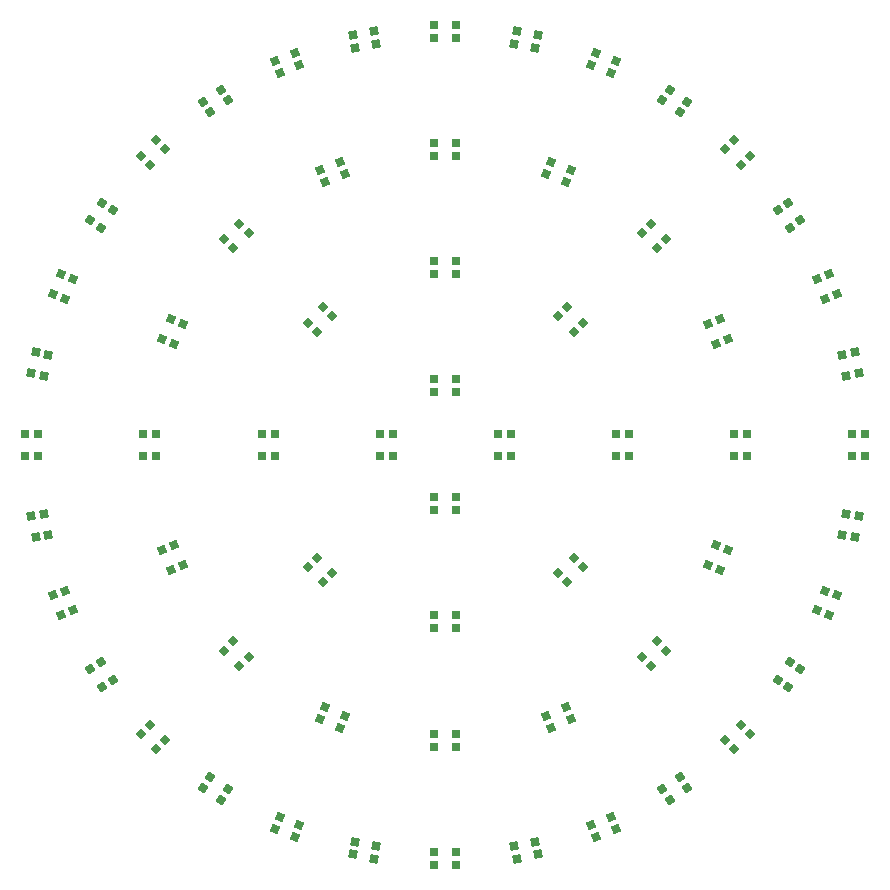
<source format=gbr>
%TF.GenerationSoftware,KiCad,Pcbnew,8.0.2-1*%
%TF.CreationDate,2024-05-17T13:07:53+01:00*%
%TF.ProjectId,Pomodoro_V7,506f6d6f-646f-4726-9f5f-56372e6b6963,rev?*%
%TF.SameCoordinates,Original*%
%TF.FileFunction,Paste,Top*%
%TF.FilePolarity,Positive*%
%FSLAX46Y46*%
G04 Gerber Fmt 4.6, Leading zero omitted, Abs format (unit mm)*
G04 Created by KiCad (PCBNEW 8.0.2-1) date 2024-05-17 13:07:53*
%MOMM*%
%LPD*%
G01*
G04 APERTURE LIST*
G04 Aperture macros list*
%AMRotRect*
0 Rectangle, with rotation*
0 The origin of the aperture is its center*
0 $1 length*
0 $2 width*
0 $3 Rotation angle, in degrees counterclockwise*
0 Add horizontal line*
21,1,$1,$2,0,0,$3*%
G04 Aperture macros list end*
%ADD10R,0.700000X0.700000*%
%ADD11RotRect,0.700000X0.700000X78.750000*%
%ADD12RotRect,0.700000X0.700000X202.500000*%
%ADD13RotRect,0.700000X0.700000X337.500000*%
%ADD14RotRect,0.700000X0.700000X157.500000*%
%ADD15RotRect,0.700000X0.700000X67.500000*%
%ADD16RotRect,0.700000X0.700000X123.750000*%
%ADD17RotRect,0.700000X0.700000X326.250000*%
%ADD18RotRect,0.700000X0.700000X303.750000*%
%ADD19RotRect,0.700000X0.700000X56.250000*%
%ADD20RotRect,0.700000X0.700000X315.000000*%
%ADD21RotRect,0.700000X0.700000X247.500000*%
%ADD22RotRect,0.700000X0.700000X225.000000*%
%ADD23RotRect,0.700000X0.700000X45.000000*%
%ADD24RotRect,0.700000X0.700000X168.750000*%
%ADD25RotRect,0.700000X0.700000X22.500000*%
%ADD26RotRect,0.700000X0.700000X348.750000*%
%ADD27RotRect,0.700000X0.700000X112.500000*%
%ADD28RotRect,0.700000X0.700000X146.250000*%
%ADD29RotRect,0.700000X0.700000X258.750000*%
%ADD30RotRect,0.700000X0.700000X236.250000*%
%ADD31RotRect,0.700000X0.700000X135.000000*%
%ADD32RotRect,0.700000X0.700000X292.500000*%
%ADD33RotRect,0.700000X0.700000X101.250000*%
%ADD34RotRect,0.700000X0.700000X11.250000*%
%ADD35RotRect,0.700000X0.700000X33.750000*%
%ADD36RotRect,0.700000X0.700000X281.250000*%
%ADD37RotRect,0.700000X0.700000X191.250000*%
%ADD38RotRect,0.700000X0.700000X213.750000*%
G04 APERTURE END LIST*
D10*
%TO.C,D48*%
X150915000Y-75550000D03*
X150915000Y-74450000D03*
X149085000Y-74450000D03*
X149085000Y-75550000D03*
%TD*%
D11*
%TO.C,D9*%
X183609545Y-107618280D03*
X184688409Y-107832879D03*
X185045425Y-106038042D03*
X183966561Y-105823443D03*
%TD*%
D12*
%TO.C,D47*%
X141488741Y-77060990D03*
X141067789Y-76044723D03*
X139377089Y-76745034D03*
X139798041Y-77761301D03*
%TD*%
D10*
%TO.C,D50*%
X164450000Y-100915000D03*
X165550000Y-100915000D03*
X165550000Y-99085000D03*
X164450000Y-99085000D03*
%TD*%
D13*
%TO.C,D41*%
X139798040Y-122238699D03*
X139377088Y-123254966D03*
X141067788Y-123955277D03*
X141488740Y-122939010D03*
%TD*%
D10*
%TO.C,D54*%
X135550000Y-99085000D03*
X134450000Y-99085000D03*
X134450000Y-100915000D03*
X135550000Y-100915000D03*
%TD*%
%TO.C,D57*%
X154450000Y-100915000D03*
X155550000Y-100915000D03*
X155550000Y-99085000D03*
X154450000Y-99085000D03*
%TD*%
D14*
%TO.C,D33*%
X160201960Y-77761301D03*
X160622912Y-76745034D03*
X158932212Y-76044723D03*
X158511260Y-77060990D03*
%TD*%
D15*
%TO.C,D37*%
X172238699Y-110201960D03*
X173254966Y-110622912D03*
X173955277Y-108932212D03*
X172939010Y-108511260D03*
%TD*%
D16*
%TO.C,D5*%
X179152474Y-81621401D03*
X180067091Y-81010273D03*
X179050398Y-79488683D03*
X178135781Y-80099811D03*
%TD*%
D10*
%TO.C,D60*%
X150915000Y-95550000D03*
X150915000Y-94450000D03*
X149085000Y-94450000D03*
X149085000Y-95550000D03*
%TD*%
D17*
%TO.C,D19*%
X130099811Y-128135781D03*
X129488684Y-129050398D03*
X131010273Y-130067093D03*
X131621400Y-129152476D03*
%TD*%
D18*
%TO.C,D21*%
X120847526Y-118378599D03*
X119932909Y-118989727D03*
X120949602Y-120511317D03*
X121864219Y-119900189D03*
%TD*%
D10*
%TO.C,D44*%
X125550000Y-99085000D03*
X124450000Y-99085000D03*
X124450000Y-100915000D03*
X125550000Y-100915000D03*
%TD*%
D19*
%TO.C,D11*%
X178135781Y-119900189D03*
X179050398Y-120511316D03*
X180067093Y-118989727D03*
X179152476Y-118378600D03*
%TD*%
D20*
%TO.C,D42*%
X132064236Y-116641758D03*
X131286419Y-117419575D03*
X132580424Y-118713580D03*
X133358241Y-117935763D03*
%TD*%
D21*
%TO.C,D45*%
X127761301Y-89798040D03*
X126745034Y-89377088D03*
X126044723Y-91067788D03*
X127060990Y-91488740D03*
%TD*%
D22*
%TO.C,D28*%
X126287173Y-74993169D03*
X125509356Y-74215352D03*
X124215351Y-75509357D03*
X124993168Y-76287174D03*
%TD*%
D23*
%TO.C,D12*%
X173712827Y-125006831D03*
X174490644Y-125784648D03*
X175784649Y-124490643D03*
X175006832Y-123712826D03*
%TD*%
D10*
%TO.C,D32*%
X150915000Y-65550000D03*
X150915000Y-64450000D03*
X149085000Y-64450000D03*
X149085000Y-65550000D03*
%TD*%
%TO.C,D58*%
X149085000Y-104450000D03*
X149085000Y-105550000D03*
X150915000Y-105550000D03*
X150915000Y-104450000D03*
%TD*%
D24*
%TO.C,D1*%
X157618280Y-66390455D03*
X157832879Y-65311591D03*
X156038042Y-64954575D03*
X155823443Y-66033439D03*
%TD*%
D22*
%TO.C,D46*%
X133358242Y-82064236D03*
X132580425Y-81286419D03*
X131286420Y-82580424D03*
X132064237Y-83358241D03*
%TD*%
D25*
%TO.C,D14*%
X162338094Y-132177805D03*
X162759046Y-133194073D03*
X164449746Y-132493763D03*
X164028794Y-131477495D03*
%TD*%
D23*
%TO.C,D51*%
X159570691Y-110864696D03*
X160348508Y-111642513D03*
X161642513Y-110348508D03*
X160864696Y-109570691D03*
%TD*%
D26*
%TO.C,D17*%
X142381720Y-133609545D03*
X142167121Y-134688409D03*
X143961958Y-135045425D03*
X144176557Y-133966561D03*
%TD*%
D27*
%TO.C,D6*%
X182177805Y-87661906D03*
X183194073Y-87240954D03*
X182493763Y-85550254D03*
X181477495Y-85971206D03*
%TD*%
D28*
%TO.C,D3*%
X169900189Y-71864219D03*
X170511316Y-70949602D03*
X168989727Y-69932907D03*
X168378600Y-70847524D03*
%TD*%
D10*
%TO.C,D56*%
X150915000Y-85550000D03*
X150915000Y-84450000D03*
X149085000Y-84450000D03*
X149085000Y-85550000D03*
%TD*%
D21*
%TO.C,D26*%
X118522506Y-85971206D03*
X117506239Y-85550255D03*
X116805926Y-87240954D03*
X117822193Y-87661905D03*
%TD*%
D29*
%TO.C,D25*%
X116390455Y-92381720D03*
X115311591Y-92167121D03*
X114954575Y-93961958D03*
X116033439Y-94176557D03*
%TD*%
D30*
%TO.C,D27*%
X121864219Y-80099811D03*
X120949602Y-79488684D03*
X119932907Y-81010273D03*
X120847524Y-81621400D03*
%TD*%
D22*
%TO.C,D55*%
X140429309Y-89135304D03*
X139651492Y-88357487D03*
X138357487Y-89651492D03*
X139135304Y-90429309D03*
%TD*%
D31*
%TO.C,D4*%
X175006831Y-76287173D03*
X175784648Y-75509356D03*
X174490643Y-74215351D03*
X173712826Y-74993168D03*
%TD*%
D32*
%TO.C,D22*%
X117822195Y-112338094D03*
X116805927Y-112759046D03*
X117506237Y-114449746D03*
X118522505Y-114028794D03*
%TD*%
D12*
%TO.C,D30*%
X137661906Y-67822195D03*
X137240954Y-66805927D03*
X135550254Y-67506237D03*
X135971206Y-68522505D03*
%TD*%
D15*
%TO.C,D10*%
X181477494Y-114028794D03*
X182493761Y-114449745D03*
X183194074Y-112759046D03*
X182177807Y-112338095D03*
%TD*%
D13*
%TO.C,D18*%
X135971206Y-131477494D03*
X135550255Y-132493761D03*
X137240954Y-133194074D03*
X137661905Y-132177807D03*
%TD*%
D10*
%TO.C,D36*%
X174450000Y-100915000D03*
X175550000Y-100915000D03*
X175550000Y-99085000D03*
X174450000Y-99085000D03*
%TD*%
D33*
%TO.C,D7*%
X183966560Y-94176557D03*
X185045424Y-93961957D03*
X184688410Y-92167119D03*
X183609546Y-92381719D03*
%TD*%
D23*
%TO.C,D38*%
X166641758Y-117935764D03*
X167419575Y-118713581D03*
X168713580Y-117419576D03*
X167935763Y-116641759D03*
%TD*%
D34*
%TO.C,D15*%
X155823443Y-133966560D03*
X156038043Y-135045424D03*
X157832881Y-134688410D03*
X157618281Y-133609546D03*
%TD*%
D10*
%TO.C,D16*%
X149085000Y-134450000D03*
X149085000Y-135550000D03*
X150915000Y-135550000D03*
X150915000Y-134450000D03*
%TD*%
D31*
%TO.C,D49*%
X160864696Y-90429309D03*
X161642513Y-89651492D03*
X160348508Y-88357487D03*
X159570691Y-89135304D03*
%TD*%
D20*
%TO.C,D20*%
X124993169Y-123712827D03*
X124215352Y-124490644D03*
X125509357Y-125784649D03*
X126287174Y-125006832D03*
%TD*%
D35*
%TO.C,D13*%
X168378599Y-129152474D03*
X168989727Y-130067091D03*
X170511317Y-129050398D03*
X169900189Y-128135781D03*
%TD*%
D14*
%TO.C,D2*%
X164028794Y-68522506D03*
X164449745Y-67506239D03*
X162759046Y-66805926D03*
X162338095Y-67822193D03*
%TD*%
D10*
%TO.C,D24*%
X115550000Y-99085000D03*
X114450000Y-99085000D03*
X114450000Y-100915000D03*
X115550000Y-100915000D03*
%TD*%
D36*
%TO.C,D23*%
X116033440Y-105823443D03*
X114954576Y-106038043D03*
X115311590Y-107832881D03*
X116390454Y-107618281D03*
%TD*%
D31*
%TO.C,D34*%
X167935764Y-83358242D03*
X168713581Y-82580425D03*
X167419576Y-81286420D03*
X166641759Y-82064237D03*
%TD*%
D20*
%TO.C,D53*%
X139135304Y-109570691D03*
X138357487Y-110348508D03*
X139651492Y-111642513D03*
X140429309Y-110864696D03*
%TD*%
D37*
%TO.C,D31*%
X144176557Y-66033440D03*
X143961957Y-64954576D03*
X142167119Y-65311590D03*
X142381719Y-66390454D03*
%TD*%
D10*
%TO.C,D52*%
X149085000Y-114450000D03*
X149085000Y-115550000D03*
X150915000Y-115550000D03*
X150915000Y-114450000D03*
%TD*%
D27*
%TO.C,D35*%
X172939010Y-91488741D03*
X173955277Y-91067789D03*
X173254966Y-89377089D03*
X172238699Y-89798041D03*
%TD*%
D32*
%TO.C,D43*%
X127060990Y-108511259D03*
X126044723Y-108932211D03*
X126745034Y-110622911D03*
X127761301Y-110201959D03*
%TD*%
D25*
%TO.C,D39*%
X158511259Y-122939010D03*
X158932211Y-123955277D03*
X160622911Y-123254966D03*
X160201959Y-122238699D03*
%TD*%
D10*
%TO.C,D59*%
X145550000Y-99085000D03*
X144450000Y-99085000D03*
X144450000Y-100915000D03*
X145550000Y-100915000D03*
%TD*%
%TO.C,D40*%
X149085000Y-124450000D03*
X149085000Y-125550000D03*
X150915000Y-125550000D03*
X150915000Y-124450000D03*
%TD*%
%TO.C,D8*%
X184450000Y-100915000D03*
X185550000Y-100915000D03*
X185550000Y-99085000D03*
X184450000Y-99085000D03*
%TD*%
D38*
%TO.C,D29*%
X131621401Y-70847526D03*
X131010273Y-69932909D03*
X129488683Y-70949602D03*
X130099811Y-71864219D03*
%TD*%
M02*

</source>
